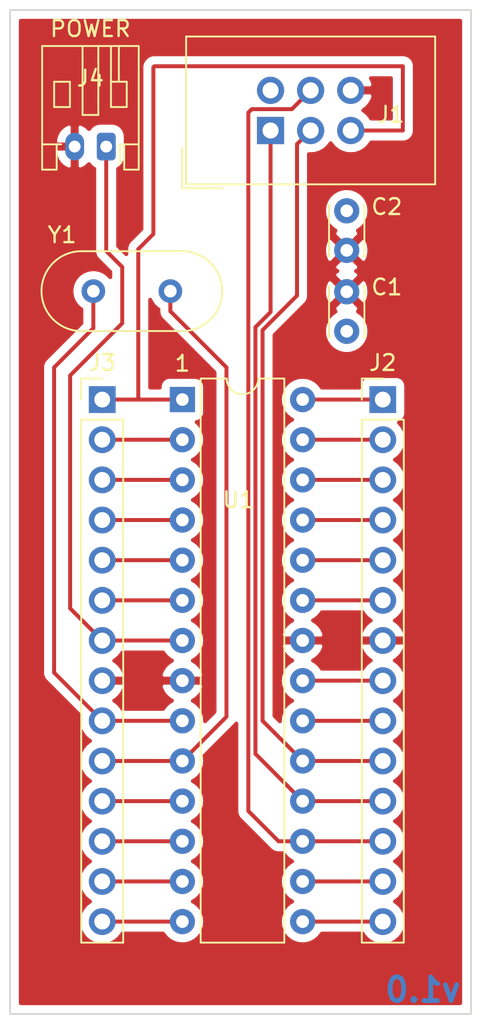
<source format=kicad_pcb>
(kicad_pcb (version 20171130) (host pcbnew "(5.1.0-0)")

  (general
    (thickness 1.6)
    (drawings 10)
    (tracks 66)
    (zones 0)
    (modules 8)
    (nets 29)
  )

  (page A4)
  (layers
    (0 F.Cu signal)
    (31 B.Cu signal)
    (32 B.Adhes user)
    (33 F.Adhes user)
    (34 B.Paste user)
    (35 F.Paste user)
    (36 B.SilkS user)
    (37 F.SilkS user)
    (38 B.Mask user)
    (39 F.Mask user)
    (40 Dwgs.User user)
    (41 Cmts.User user)
    (42 Eco1.User user)
    (43 Eco2.User user)
    (44 Edge.Cuts user)
    (45 Margin user)
    (46 B.CrtYd user)
    (47 F.CrtYd user)
    (48 B.Fab user)
    (49 F.Fab user)
  )

  (setup
    (last_trace_width 0.25)
    (trace_clearance 0.2)
    (zone_clearance 0.508)
    (zone_45_only no)
    (trace_min 0.2)
    (via_size 0.8)
    (via_drill 0.4)
    (via_min_size 0.4)
    (via_min_drill 0.3)
    (uvia_size 0.3)
    (uvia_drill 0.1)
    (uvias_allowed no)
    (uvia_min_size 0.2)
    (uvia_min_drill 0.1)
    (edge_width 0.1)
    (segment_width 0.2)
    (pcb_text_width 0.3)
    (pcb_text_size 1.5 1.5)
    (mod_edge_width 0.15)
    (mod_text_size 1 1)
    (mod_text_width 0.15)
    (pad_size 1.524 1.524)
    (pad_drill 0.762)
    (pad_to_mask_clearance 0)
    (aux_axis_origin 0 0)
    (visible_elements 7FFFFFFF)
    (pcbplotparams
      (layerselection 0x010fc_ffffffff)
      (usegerberextensions false)
      (usegerberattributes false)
      (usegerberadvancedattributes false)
      (creategerberjobfile false)
      (excludeedgelayer true)
      (linewidth 0.100000)
      (plotframeref false)
      (viasonmask false)
      (mode 1)
      (useauxorigin false)
      (hpglpennumber 1)
      (hpglpenspeed 20)
      (hpglpendiameter 15.000000)
      (psnegative false)
      (psa4output false)
      (plotreference true)
      (plotvalue true)
      (plotinvisibletext false)
      (padsonsilk false)
      (subtractmaskfromsilk false)
      (outputformat 1)
      (mirror false)
      (drillshape 1)
      (scaleselection 1)
      (outputdirectory ""))
  )

  (net 0 "")
  (net 1 GND)
  (net 2 /10)
  (net 3 /9)
  (net 4 /MISO)
  (net 5 +5V)
  (net 6 /SCK)
  (net 7 /MOSI)
  (net 8 /RST)
  (net 9 /15)
  (net 10 /16)
  (net 11 /20)
  (net 12 /21)
  (net 13 /23)
  (net 14 /24)
  (net 15 /25)
  (net 16 /26)
  (net 17 /27)
  (net 18 /28)
  (net 19 /2)
  (net 20 /3)
  (net 21 /4)
  (net 22 /5)
  (net 23 /6)
  (net 24 +3V3)
  (net 25 /11)
  (net 26 /12)
  (net 27 /13)
  (net 28 /14)

  (net_class Default "This is the default net class."
    (clearance 0.2)
    (trace_width 0.25)
    (via_dia 0.8)
    (via_drill 0.4)
    (uvia_dia 0.3)
    (uvia_drill 0.1)
    (add_net +3V3)
    (add_net +5V)
    (add_net /10)
    (add_net /11)
    (add_net /12)
    (add_net /13)
    (add_net /14)
    (add_net /15)
    (add_net /16)
    (add_net /2)
    (add_net /20)
    (add_net /21)
    (add_net /23)
    (add_net /24)
    (add_net /25)
    (add_net /26)
    (add_net /27)
    (add_net /28)
    (add_net /3)
    (add_net /4)
    (add_net /5)
    (add_net /6)
    (add_net /9)
    (add_net /MISO)
    (add_net /MOSI)
    (add_net /RST)
    (add_net /SCK)
    (add_net GND)
  )

  (module Package_DIP:DIP-28_W7.62mm (layer F.Cu) (tedit 5A02E8C5) (tstamp 5CC46DDB)
    (at 137.922 75.438)
    (descr "28-lead though-hole mounted DIP package, row spacing 7.62 mm (300 mils)")
    (tags "THT DIP DIL PDIP 2.54mm 7.62mm 300mil")
    (path /5CBEBF63)
    (fp_text reference U1 (at 3.556 6.35) (layer F.SilkS)
      (effects (font (size 1 1) (thickness 0.15)))
    )
    (fp_text value ATmega328-PU (at 3.81 35.35) (layer F.Fab)
      (effects (font (size 1 1) (thickness 0.15)))
    )
    (fp_arc (start 3.81 -1.33) (end 2.81 -1.33) (angle -180) (layer F.SilkS) (width 0.12))
    (fp_line (start 1.635 -1.27) (end 6.985 -1.27) (layer F.Fab) (width 0.1))
    (fp_line (start 6.985 -1.27) (end 6.985 34.29) (layer F.Fab) (width 0.1))
    (fp_line (start 6.985 34.29) (end 0.635 34.29) (layer F.Fab) (width 0.1))
    (fp_line (start 0.635 34.29) (end 0.635 -0.27) (layer F.Fab) (width 0.1))
    (fp_line (start 0.635 -0.27) (end 1.635 -1.27) (layer F.Fab) (width 0.1))
    (fp_line (start 2.81 -1.33) (end 1.16 -1.33) (layer F.SilkS) (width 0.12))
    (fp_line (start 1.16 -1.33) (end 1.16 34.35) (layer F.SilkS) (width 0.12))
    (fp_line (start 1.16 34.35) (end 6.46 34.35) (layer F.SilkS) (width 0.12))
    (fp_line (start 6.46 34.35) (end 6.46 -1.33) (layer F.SilkS) (width 0.12))
    (fp_line (start 6.46 -1.33) (end 4.81 -1.33) (layer F.SilkS) (width 0.12))
    (fp_line (start -1.1 -1.55) (end -1.1 34.55) (layer F.CrtYd) (width 0.05))
    (fp_line (start -1.1 34.55) (end 8.7 34.55) (layer F.CrtYd) (width 0.05))
    (fp_line (start 8.7 34.55) (end 8.7 -1.55) (layer F.CrtYd) (width 0.05))
    (fp_line (start 8.7 -1.55) (end -1.1 -1.55) (layer F.CrtYd) (width 0.05))
    (fp_text user %R (at 3.81 16.51) (layer F.Fab)
      (effects (font (size 1 1) (thickness 0.15)))
    )
    (pad 1 thru_hole rect (at 0 0) (size 1.6 1.6) (drill 0.8) (layers *.Cu *.Mask)
      (net 8 /RST))
    (pad 15 thru_hole oval (at 7.62 33.02) (size 1.6 1.6) (drill 0.8) (layers *.Cu *.Mask)
      (net 9 /15))
    (pad 2 thru_hole oval (at 0 2.54) (size 1.6 1.6) (drill 0.8) (layers *.Cu *.Mask)
      (net 19 /2))
    (pad 16 thru_hole oval (at 7.62 30.48) (size 1.6 1.6) (drill 0.8) (layers *.Cu *.Mask)
      (net 10 /16))
    (pad 3 thru_hole oval (at 0 5.08) (size 1.6 1.6) (drill 0.8) (layers *.Cu *.Mask)
      (net 20 /3))
    (pad 17 thru_hole oval (at 7.62 27.94) (size 1.6 1.6) (drill 0.8) (layers *.Cu *.Mask)
      (net 7 /MOSI))
    (pad 4 thru_hole oval (at 0 7.62) (size 1.6 1.6) (drill 0.8) (layers *.Cu *.Mask)
      (net 21 /4))
    (pad 18 thru_hole oval (at 7.62 25.4) (size 1.6 1.6) (drill 0.8) (layers *.Cu *.Mask)
      (net 4 /MISO))
    (pad 5 thru_hole oval (at 0 10.16) (size 1.6 1.6) (drill 0.8) (layers *.Cu *.Mask)
      (net 22 /5))
    (pad 19 thru_hole oval (at 7.62 22.86) (size 1.6 1.6) (drill 0.8) (layers *.Cu *.Mask)
      (net 6 /SCK))
    (pad 6 thru_hole oval (at 0 12.7) (size 1.6 1.6) (drill 0.8) (layers *.Cu *.Mask)
      (net 23 /6))
    (pad 20 thru_hole oval (at 7.62 20.32) (size 1.6 1.6) (drill 0.8) (layers *.Cu *.Mask)
      (net 11 /20))
    (pad 7 thru_hole oval (at 0 15.24) (size 1.6 1.6) (drill 0.8) (layers *.Cu *.Mask)
      (net 24 +3V3))
    (pad 21 thru_hole oval (at 7.62 17.78) (size 1.6 1.6) (drill 0.8) (layers *.Cu *.Mask)
      (net 12 /21))
    (pad 8 thru_hole oval (at 0 17.78) (size 1.6 1.6) (drill 0.8) (layers *.Cu *.Mask)
      (net 1 GND))
    (pad 22 thru_hole oval (at 7.62 15.24) (size 1.6 1.6) (drill 0.8) (layers *.Cu *.Mask)
      (net 1 GND))
    (pad 9 thru_hole oval (at 0 20.32) (size 1.6 1.6) (drill 0.8) (layers *.Cu *.Mask)
      (net 3 /9))
    (pad 23 thru_hole oval (at 7.62 12.7) (size 1.6 1.6) (drill 0.8) (layers *.Cu *.Mask)
      (net 13 /23))
    (pad 10 thru_hole oval (at 0 22.86) (size 1.6 1.6) (drill 0.8) (layers *.Cu *.Mask)
      (net 2 /10))
    (pad 24 thru_hole oval (at 7.62 10.16) (size 1.6 1.6) (drill 0.8) (layers *.Cu *.Mask)
      (net 14 /24))
    (pad 11 thru_hole oval (at 0 25.4) (size 1.6 1.6) (drill 0.8) (layers *.Cu *.Mask)
      (net 25 /11))
    (pad 25 thru_hole oval (at 7.62 7.62) (size 1.6 1.6) (drill 0.8) (layers *.Cu *.Mask)
      (net 15 /25))
    (pad 12 thru_hole oval (at 0 27.94) (size 1.6 1.6) (drill 0.8) (layers *.Cu *.Mask)
      (net 26 /12))
    (pad 26 thru_hole oval (at 7.62 5.08) (size 1.6 1.6) (drill 0.8) (layers *.Cu *.Mask)
      (net 16 /26))
    (pad 13 thru_hole oval (at 0 30.48) (size 1.6 1.6) (drill 0.8) (layers *.Cu *.Mask)
      (net 27 /13))
    (pad 27 thru_hole oval (at 7.62 2.54) (size 1.6 1.6) (drill 0.8) (layers *.Cu *.Mask)
      (net 17 /27))
    (pad 14 thru_hole oval (at 0 33.02) (size 1.6 1.6) (drill 0.8) (layers *.Cu *.Mask)
      (net 28 /14))
    (pad 28 thru_hole oval (at 7.62 0) (size 1.6 1.6) (drill 0.8) (layers *.Cu *.Mask)
      (net 18 /28))
    (model ${KISYS3DMOD}/Package_DIP.3dshapes/DIP-28_W7.62mm.wrl
      (at (xyz 0 0 0))
      (scale (xyz 1 1 1))
      (rotate (xyz 0 0 0))
    )
  )

  (module Capacitor_THT:C_Disc_D3.0mm_W2.0mm_P2.50mm (layer F.Cu) (tedit 5AE50EF0) (tstamp 5CC46CFF)
    (at 148.336 71.12 90)
    (descr "C, Disc series, Radial, pin pitch=2.50mm, , diameter*width=3*2mm^2, Capacitor")
    (tags "C Disc series Radial pin pitch 2.50mm  diameter 3mm width 2mm Capacitor")
    (path /5CBED876)
    (fp_text reference C1 (at 2.794 2.54 180) (layer F.SilkS)
      (effects (font (size 1 1) (thickness 0.15)))
    )
    (fp_text value "22 pF" (at 1.016 3.81 180) (layer F.Fab) hide
      (effects (font (size 1 1) (thickness 0.15)))
    )
    (fp_text user %R (at 1.25 0 180) (layer F.Fab)
      (effects (font (size 0.6 0.6) (thickness 0.09)))
    )
    (fp_line (start 3.55 -1.25) (end -1.05 -1.25) (layer F.CrtYd) (width 0.05))
    (fp_line (start 3.55 1.25) (end 3.55 -1.25) (layer F.CrtYd) (width 0.05))
    (fp_line (start -1.05 1.25) (end 3.55 1.25) (layer F.CrtYd) (width 0.05))
    (fp_line (start -1.05 -1.25) (end -1.05 1.25) (layer F.CrtYd) (width 0.05))
    (fp_line (start 2.87 1.055) (end 2.87 1.12) (layer F.SilkS) (width 0.12))
    (fp_line (start 2.87 -1.12) (end 2.87 -1.055) (layer F.SilkS) (width 0.12))
    (fp_line (start -0.37 1.055) (end -0.37 1.12) (layer F.SilkS) (width 0.12))
    (fp_line (start -0.37 -1.12) (end -0.37 -1.055) (layer F.SilkS) (width 0.12))
    (fp_line (start -0.37 1.12) (end 2.87 1.12) (layer F.SilkS) (width 0.12))
    (fp_line (start -0.37 -1.12) (end 2.87 -1.12) (layer F.SilkS) (width 0.12))
    (fp_line (start 2.75 -1) (end -0.25 -1) (layer F.Fab) (width 0.1))
    (fp_line (start 2.75 1) (end 2.75 -1) (layer F.Fab) (width 0.1))
    (fp_line (start -0.25 1) (end 2.75 1) (layer F.Fab) (width 0.1))
    (fp_line (start -0.25 -1) (end -0.25 1) (layer F.Fab) (width 0.1))
    (pad 2 thru_hole circle (at 2.5 0 90) (size 1.6 1.6) (drill 0.8) (layers *.Cu *.Mask)
      (net 1 GND))
    (pad 1 thru_hole circle (at 0 0 90) (size 1.6 1.6) (drill 0.8) (layers *.Cu *.Mask)
      (net 2 /10))
    (model ${KISYS3DMOD}/Capacitor_THT.3dshapes/C_Disc_D3.0mm_W2.0mm_P2.50mm.wrl
      (at (xyz 0 0 0))
      (scale (xyz 1 1 1))
      (rotate (xyz 0 0 0))
    )
  )

  (module Capacitor_THT:C_Disc_D3.0mm_W2.0mm_P2.50mm (layer F.Cu) (tedit 5AE50EF0) (tstamp 5CC6DB1E)
    (at 148.336 63.5 270)
    (descr "C, Disc series, Radial, pin pitch=2.50mm, , diameter*width=3*2mm^2, Capacitor")
    (tags "C Disc series Radial pin pitch 2.50mm  diameter 3mm width 2mm Capacitor")
    (path /5CBECD33)
    (fp_text reference C2 (at -0.254 -2.54) (layer F.SilkS)
      (effects (font (size 1 1) (thickness 0.15)))
    )
    (fp_text value "22 pF" (at 1.524 -3.81) (layer F.Fab) hide
      (effects (font (size 1 1) (thickness 0.15)))
    )
    (fp_line (start -0.25 -1) (end -0.25 1) (layer F.Fab) (width 0.1))
    (fp_line (start -0.25 1) (end 2.75 1) (layer F.Fab) (width 0.1))
    (fp_line (start 2.75 1) (end 2.75 -1) (layer F.Fab) (width 0.1))
    (fp_line (start 2.75 -1) (end -0.25 -1) (layer F.Fab) (width 0.1))
    (fp_line (start -0.37 -1.12) (end 2.87 -1.12) (layer F.SilkS) (width 0.12))
    (fp_line (start -0.37 1.12) (end 2.87 1.12) (layer F.SilkS) (width 0.12))
    (fp_line (start -0.37 -1.12) (end -0.37 -1.055) (layer F.SilkS) (width 0.12))
    (fp_line (start -0.37 1.055) (end -0.37 1.12) (layer F.SilkS) (width 0.12))
    (fp_line (start 2.87 -1.12) (end 2.87 -1.055) (layer F.SilkS) (width 0.12))
    (fp_line (start 2.87 1.055) (end 2.87 1.12) (layer F.SilkS) (width 0.12))
    (fp_line (start -1.05 -1.25) (end -1.05 1.25) (layer F.CrtYd) (width 0.05))
    (fp_line (start -1.05 1.25) (end 3.55 1.25) (layer F.CrtYd) (width 0.05))
    (fp_line (start 3.55 1.25) (end 3.55 -1.25) (layer F.CrtYd) (width 0.05))
    (fp_line (start 3.55 -1.25) (end -1.05 -1.25) (layer F.CrtYd) (width 0.05))
    (fp_text user %R (at 1.25 0) (layer F.Fab)
      (effects (font (size 0.6 0.6) (thickness 0.09)))
    )
    (pad 1 thru_hole circle (at 0 0 270) (size 1.6 1.6) (drill 0.8) (layers *.Cu *.Mask)
      (net 3 /9))
    (pad 2 thru_hole circle (at 2.5 0 270) (size 1.6 1.6) (drill 0.8) (layers *.Cu *.Mask)
      (net 1 GND))
    (model ${KISYS3DMOD}/Capacitor_THT.3dshapes/C_Disc_D3.0mm_W2.0mm_P2.50mm.wrl
      (at (xyz 0 0 0))
      (scale (xyz 1 1 1))
      (rotate (xyz 0 0 0))
    )
  )

  (module Connector_IDC:IDC-Header_2x03_P2.54mm_Vertical (layer F.Cu) (tedit 59DE0819) (tstamp 5CC6D8DF)
    (at 143.51 58.42 90)
    (descr "Through hole straight IDC box header, 2x03, 2.54mm pitch, double rows")
    (tags "Through hole IDC box header THT 2x03 2.54mm double row")
    (path /5CBE8516)
    (fp_text reference J1 (at 1.016 7.62 180) (layer F.SilkS)
      (effects (font (size 1 1) (thickness 0.15)))
    )
    (fp_text value AVR_SPI (at -2.032 5.334 180) (layer F.Fab)
      (effects (font (size 1 1) (thickness 0.15)))
    )
    (fp_text user %R (at 1.27 2.54 90) (layer F.Fab)
      (effects (font (size 1 1) (thickness 0.15)))
    )
    (fp_line (start 5.695 -5.1) (end 5.695 10.18) (layer F.Fab) (width 0.1))
    (fp_line (start 5.145 -4.56) (end 5.145 9.62) (layer F.Fab) (width 0.1))
    (fp_line (start -3.155 -5.1) (end -3.155 10.18) (layer F.Fab) (width 0.1))
    (fp_line (start -2.605 -4.56) (end -2.605 0.29) (layer F.Fab) (width 0.1))
    (fp_line (start -2.605 4.79) (end -2.605 9.62) (layer F.Fab) (width 0.1))
    (fp_line (start -2.605 0.29) (end -3.155 0.29) (layer F.Fab) (width 0.1))
    (fp_line (start -2.605 4.79) (end -3.155 4.79) (layer F.Fab) (width 0.1))
    (fp_line (start 5.695 -5.1) (end -3.155 -5.1) (layer F.Fab) (width 0.1))
    (fp_line (start 5.145 -4.56) (end -2.605 -4.56) (layer F.Fab) (width 0.1))
    (fp_line (start 5.695 10.18) (end -3.155 10.18) (layer F.Fab) (width 0.1))
    (fp_line (start 5.145 9.62) (end -2.605 9.62) (layer F.Fab) (width 0.1))
    (fp_line (start 5.695 -5.1) (end 5.145 -4.56) (layer F.Fab) (width 0.1))
    (fp_line (start 5.695 10.18) (end 5.145 9.62) (layer F.Fab) (width 0.1))
    (fp_line (start -3.155 -5.1) (end -2.605 -4.56) (layer F.Fab) (width 0.1))
    (fp_line (start -3.155 10.18) (end -2.605 9.62) (layer F.Fab) (width 0.1))
    (fp_line (start 5.95 -5.35) (end 5.95 10.43) (layer F.CrtYd) (width 0.05))
    (fp_line (start 5.95 10.43) (end -3.41 10.43) (layer F.CrtYd) (width 0.05))
    (fp_line (start -3.41 10.43) (end -3.41 -5.35) (layer F.CrtYd) (width 0.05))
    (fp_line (start -3.41 -5.35) (end 5.95 -5.35) (layer F.CrtYd) (width 0.05))
    (fp_line (start 5.945 -5.35) (end 5.945 10.43) (layer F.SilkS) (width 0.12))
    (fp_line (start 5.945 10.43) (end -3.405 10.43) (layer F.SilkS) (width 0.12))
    (fp_line (start -3.405 10.43) (end -3.405 -5.35) (layer F.SilkS) (width 0.12))
    (fp_line (start -3.405 -5.35) (end 5.945 -5.35) (layer F.SilkS) (width 0.12))
    (fp_line (start -3.655 -5.6) (end -3.655 -3.06) (layer F.SilkS) (width 0.12))
    (fp_line (start -3.655 -5.6) (end -1.115 -5.6) (layer F.SilkS) (width 0.12))
    (pad 1 thru_hole rect (at 0 0 90) (size 1.7272 1.7272) (drill 1.016) (layers *.Cu *.Mask)
      (net 4 /MISO))
    (pad 2 thru_hole oval (at 2.54 0 90) (size 1.7272 1.7272) (drill 1.016) (layers *.Cu *.Mask)
      (net 5 +5V))
    (pad 3 thru_hole oval (at 0 2.54 90) (size 1.7272 1.7272) (drill 1.016) (layers *.Cu *.Mask)
      (net 6 /SCK))
    (pad 4 thru_hole oval (at 2.54 2.54 90) (size 1.7272 1.7272) (drill 1.016) (layers *.Cu *.Mask)
      (net 7 /MOSI))
    (pad 5 thru_hole oval (at 0 5.08 90) (size 1.7272 1.7272) (drill 1.016) (layers *.Cu *.Mask)
      (net 8 /RST))
    (pad 6 thru_hole oval (at 2.54 5.08 90) (size 1.7272 1.7272) (drill 1.016) (layers *.Cu *.Mask)
      (net 1 GND))
    (model ${KISYS3DMOD}/Connector_IDC.3dshapes/IDC-Header_2x03_P2.54mm_Vertical.wrl
      (at (xyz 0 0 0))
      (scale (xyz 1 1 1))
      (rotate (xyz 0 0 0))
    )
  )

  (module Connector_PinHeader_2.54mm:PinHeader_1x14_P2.54mm_Vertical locked (layer F.Cu) (tedit 59FED5CC) (tstamp 5CC46D5A)
    (at 150.622 75.438)
    (descr "Through hole straight pin header, 1x14, 2.54mm pitch, single row")
    (tags "Through hole pin header THT 1x14 2.54mm single row")
    (path /5CC0C46F)
    (fp_text reference J2 (at 0 -2.33) (layer F.SilkS)
      (effects (font (size 1 1) (thickness 0.15)))
    )
    (fp_text value RIGHT_CONNECTOR (at 2.54 19.05 90) (layer F.Fab)
      (effects (font (size 1 1) (thickness 0.15)))
    )
    (fp_text user %R (at 0 16.51 90) (layer F.Fab)
      (effects (font (size 1 1) (thickness 0.15)))
    )
    (fp_line (start 1.8 -1.8) (end -1.8 -1.8) (layer F.CrtYd) (width 0.05))
    (fp_line (start 1.8 34.8) (end 1.8 -1.8) (layer F.CrtYd) (width 0.05))
    (fp_line (start -1.8 34.8) (end 1.8 34.8) (layer F.CrtYd) (width 0.05))
    (fp_line (start -1.8 -1.8) (end -1.8 34.8) (layer F.CrtYd) (width 0.05))
    (fp_line (start -1.33 -1.33) (end 0 -1.33) (layer F.SilkS) (width 0.12))
    (fp_line (start -1.33 0) (end -1.33 -1.33) (layer F.SilkS) (width 0.12))
    (fp_line (start -1.33 1.27) (end 1.33 1.27) (layer F.SilkS) (width 0.12))
    (fp_line (start 1.33 1.27) (end 1.33 34.35) (layer F.SilkS) (width 0.12))
    (fp_line (start -1.33 1.27) (end -1.33 34.35) (layer F.SilkS) (width 0.12))
    (fp_line (start -1.33 34.35) (end 1.33 34.35) (layer F.SilkS) (width 0.12))
    (fp_line (start -1.27 -0.635) (end -0.635 -1.27) (layer F.Fab) (width 0.1))
    (fp_line (start -1.27 34.29) (end -1.27 -0.635) (layer F.Fab) (width 0.1))
    (fp_line (start 1.27 34.29) (end -1.27 34.29) (layer F.Fab) (width 0.1))
    (fp_line (start 1.27 -1.27) (end 1.27 34.29) (layer F.Fab) (width 0.1))
    (fp_line (start -0.635 -1.27) (end 1.27 -1.27) (layer F.Fab) (width 0.1))
    (pad 14 thru_hole oval (at 0 33.02) (size 1.7 1.7) (drill 1) (layers *.Cu *.Mask)
      (net 9 /15))
    (pad 13 thru_hole oval (at 0 30.48) (size 1.7 1.7) (drill 1) (layers *.Cu *.Mask)
      (net 10 /16))
    (pad 12 thru_hole oval (at 0 27.94) (size 1.7 1.7) (drill 1) (layers *.Cu *.Mask)
      (net 7 /MOSI))
    (pad 11 thru_hole oval (at 0 25.4) (size 1.7 1.7) (drill 1) (layers *.Cu *.Mask)
      (net 4 /MISO))
    (pad 10 thru_hole oval (at 0 22.86) (size 1.7 1.7) (drill 1) (layers *.Cu *.Mask)
      (net 6 /SCK))
    (pad 9 thru_hole oval (at 0 20.32) (size 1.7 1.7) (drill 1) (layers *.Cu *.Mask)
      (net 11 /20))
    (pad 8 thru_hole oval (at 0 17.78) (size 1.7 1.7) (drill 1) (layers *.Cu *.Mask)
      (net 12 /21))
    (pad 7 thru_hole oval (at 0 15.24) (size 1.7 1.7) (drill 1) (layers *.Cu *.Mask)
      (net 1 GND))
    (pad 6 thru_hole oval (at 0 12.7) (size 1.7 1.7) (drill 1) (layers *.Cu *.Mask)
      (net 13 /23))
    (pad 5 thru_hole oval (at 0 10.16) (size 1.7 1.7) (drill 1) (layers *.Cu *.Mask)
      (net 14 /24))
    (pad 4 thru_hole oval (at 0 7.62) (size 1.7 1.7) (drill 1) (layers *.Cu *.Mask)
      (net 15 /25))
    (pad 3 thru_hole oval (at 0 5.08) (size 1.7 1.7) (drill 1) (layers *.Cu *.Mask)
      (net 16 /26))
    (pad 2 thru_hole oval (at 0 2.54) (size 1.7 1.7) (drill 1) (layers *.Cu *.Mask)
      (net 17 /27))
    (pad 1 thru_hole rect (at 0 0) (size 1.7 1.7) (drill 1) (layers *.Cu *.Mask)
      (net 18 /28))
    (model ${KISYS3DMOD}/Connector_PinHeader_2.54mm.3dshapes/PinHeader_1x14_P2.54mm_Vertical.wrl
      (at (xyz 0 0 0))
      (scale (xyz 1 1 1))
      (rotate (xyz 0 0 0))
    )
  )

  (module Connector_PinHeader_2.54mm:PinHeader_1x14_P2.54mm_Vertical locked (layer F.Cu) (tedit 59FED5CC) (tstamp 5CC46D7C)
    (at 132.842 75.438)
    (descr "Through hole straight pin header, 1x14, 2.54mm pitch, single row")
    (tags "Through hole pin header THT 1x14 2.54mm single row")
    (path /5CC092D8)
    (fp_text reference J3 (at 0 -2.33) (layer F.SilkS)
      (effects (font (size 1 1) (thickness 0.15)))
    )
    (fp_text value LEFT_CONNECTOR (at -2.54 21.59 90) (layer F.Fab)
      (effects (font (size 1 1) (thickness 0.15)))
    )
    (fp_line (start -0.635 -1.27) (end 1.27 -1.27) (layer F.Fab) (width 0.1))
    (fp_line (start 1.27 -1.27) (end 1.27 34.29) (layer F.Fab) (width 0.1))
    (fp_line (start 1.27 34.29) (end -1.27 34.29) (layer F.Fab) (width 0.1))
    (fp_line (start -1.27 34.29) (end -1.27 -0.635) (layer F.Fab) (width 0.1))
    (fp_line (start -1.27 -0.635) (end -0.635 -1.27) (layer F.Fab) (width 0.1))
    (fp_line (start -1.33 34.35) (end 1.33 34.35) (layer F.SilkS) (width 0.12))
    (fp_line (start -1.33 1.27) (end -1.33 34.35) (layer F.SilkS) (width 0.12))
    (fp_line (start 1.33 1.27) (end 1.33 34.35) (layer F.SilkS) (width 0.12))
    (fp_line (start -1.33 1.27) (end 1.33 1.27) (layer F.SilkS) (width 0.12))
    (fp_line (start -1.33 0) (end -1.33 -1.33) (layer F.SilkS) (width 0.12))
    (fp_line (start -1.33 -1.33) (end 0 -1.33) (layer F.SilkS) (width 0.12))
    (fp_line (start -1.8 -1.8) (end -1.8 34.8) (layer F.CrtYd) (width 0.05))
    (fp_line (start -1.8 34.8) (end 1.8 34.8) (layer F.CrtYd) (width 0.05))
    (fp_line (start 1.8 34.8) (end 1.8 -1.8) (layer F.CrtYd) (width 0.05))
    (fp_line (start 1.8 -1.8) (end -1.8 -1.8) (layer F.CrtYd) (width 0.05))
    (fp_text user %R (at 0 16.51 90) (layer F.Fab)
      (effects (font (size 1 1) (thickness 0.15)))
    )
    (pad 1 thru_hole rect (at 0 0) (size 1.7 1.7) (drill 1) (layers *.Cu *.Mask)
      (net 8 /RST))
    (pad 2 thru_hole oval (at 0 2.54) (size 1.7 1.7) (drill 1) (layers *.Cu *.Mask)
      (net 19 /2))
    (pad 3 thru_hole oval (at 0 5.08) (size 1.7 1.7) (drill 1) (layers *.Cu *.Mask)
      (net 20 /3))
    (pad 4 thru_hole oval (at 0 7.62) (size 1.7 1.7) (drill 1) (layers *.Cu *.Mask)
      (net 21 /4))
    (pad 5 thru_hole oval (at 0 10.16) (size 1.7 1.7) (drill 1) (layers *.Cu *.Mask)
      (net 22 /5))
    (pad 6 thru_hole oval (at 0 12.7) (size 1.7 1.7) (drill 1) (layers *.Cu *.Mask)
      (net 23 /6))
    (pad 7 thru_hole oval (at 0 15.24) (size 1.7 1.7) (drill 1) (layers *.Cu *.Mask)
      (net 24 +3V3))
    (pad 8 thru_hole oval (at 0 17.78) (size 1.7 1.7) (drill 1) (layers *.Cu *.Mask)
      (net 1 GND))
    (pad 9 thru_hole oval (at 0 20.32) (size 1.7 1.7) (drill 1) (layers *.Cu *.Mask)
      (net 3 /9))
    (pad 10 thru_hole oval (at 0 22.86) (size 1.7 1.7) (drill 1) (layers *.Cu *.Mask)
      (net 2 /10))
    (pad 11 thru_hole oval (at 0 25.4) (size 1.7 1.7) (drill 1) (layers *.Cu *.Mask)
      (net 25 /11))
    (pad 12 thru_hole oval (at 0 27.94) (size 1.7 1.7) (drill 1) (layers *.Cu *.Mask)
      (net 26 /12))
    (pad 13 thru_hole oval (at 0 30.48) (size 1.7 1.7) (drill 1) (layers *.Cu *.Mask)
      (net 27 /13))
    (pad 14 thru_hole oval (at 0 33.02) (size 1.7 1.7) (drill 1) (layers *.Cu *.Mask)
      (net 28 /14))
    (model ${KISYS3DMOD}/Connector_PinHeader_2.54mm.3dshapes/PinHeader_1x14_P2.54mm_Vertical.wrl
      (at (xyz 0 0 0))
      (scale (xyz 1 1 1))
      (rotate (xyz 0 0 0))
    )
  )

  (module Connector_JST:JST_PH_S2B-PH-K_1x02_P2.00mm_Horizontal (layer F.Cu) (tedit 5B7745C6) (tstamp 5CC46DAB)
    (at 133.096 59.436 180)
    (descr "JST PH series connector, S2B-PH-K (http://www.jst-mfg.com/product/pdf/eng/ePH.pdf), generated with kicad-footprint-generator")
    (tags "connector JST PH top entry")
    (path /5CBF987B)
    (fp_text reference J4 (at 1 4.318 180) (layer F.SilkS)
      (effects (font (size 1 1) (thickness 0.15)))
    )
    (fp_text value POWER (at 1 7.45 180) (layer F.SilkS)
      (effects (font (size 1 1) (thickness 0.15)))
    )
    (fp_line (start -0.86 0.14) (end -1.14 0.14) (layer F.SilkS) (width 0.12))
    (fp_line (start -1.14 0.14) (end -1.14 -1.46) (layer F.SilkS) (width 0.12))
    (fp_line (start -1.14 -1.46) (end -2.06 -1.46) (layer F.SilkS) (width 0.12))
    (fp_line (start -2.06 -1.46) (end -2.06 6.36) (layer F.SilkS) (width 0.12))
    (fp_line (start -2.06 6.36) (end 4.06 6.36) (layer F.SilkS) (width 0.12))
    (fp_line (start 4.06 6.36) (end 4.06 -1.46) (layer F.SilkS) (width 0.12))
    (fp_line (start 4.06 -1.46) (end 3.14 -1.46) (layer F.SilkS) (width 0.12))
    (fp_line (start 3.14 -1.46) (end 3.14 0.14) (layer F.SilkS) (width 0.12))
    (fp_line (start 3.14 0.14) (end 2.86 0.14) (layer F.SilkS) (width 0.12))
    (fp_line (start 0.5 6.36) (end 0.5 2) (layer F.SilkS) (width 0.12))
    (fp_line (start 0.5 2) (end 1.5 2) (layer F.SilkS) (width 0.12))
    (fp_line (start 1.5 2) (end 1.5 6.36) (layer F.SilkS) (width 0.12))
    (fp_line (start -2.06 0.14) (end -1.14 0.14) (layer F.SilkS) (width 0.12))
    (fp_line (start 4.06 0.14) (end 3.14 0.14) (layer F.SilkS) (width 0.12))
    (fp_line (start -1.3 2.5) (end -1.3 4.1) (layer F.SilkS) (width 0.12))
    (fp_line (start -1.3 4.1) (end -0.3 4.1) (layer F.SilkS) (width 0.12))
    (fp_line (start -0.3 4.1) (end -0.3 2.5) (layer F.SilkS) (width 0.12))
    (fp_line (start -0.3 2.5) (end -1.3 2.5) (layer F.SilkS) (width 0.12))
    (fp_line (start 3.3 2.5) (end 3.3 4.1) (layer F.SilkS) (width 0.12))
    (fp_line (start 3.3 4.1) (end 2.3 4.1) (layer F.SilkS) (width 0.12))
    (fp_line (start 2.3 4.1) (end 2.3 2.5) (layer F.SilkS) (width 0.12))
    (fp_line (start 2.3 2.5) (end 3.3 2.5) (layer F.SilkS) (width 0.12))
    (fp_line (start -0.3 4.1) (end -0.3 6.36) (layer F.SilkS) (width 0.12))
    (fp_line (start -0.8 4.1) (end -0.8 6.36) (layer F.SilkS) (width 0.12))
    (fp_line (start -2.45 -1.85) (end -2.45 6.75) (layer F.CrtYd) (width 0.05))
    (fp_line (start -2.45 6.75) (end 4.45 6.75) (layer F.CrtYd) (width 0.05))
    (fp_line (start 4.45 6.75) (end 4.45 -1.85) (layer F.CrtYd) (width 0.05))
    (fp_line (start 4.45 -1.85) (end -2.45 -1.85) (layer F.CrtYd) (width 0.05))
    (fp_line (start -1.25 0.25) (end -1.25 -1.35) (layer F.Fab) (width 0.1))
    (fp_line (start -1.25 -1.35) (end -1.95 -1.35) (layer F.Fab) (width 0.1))
    (fp_line (start -1.95 -1.35) (end -1.95 6.25) (layer F.Fab) (width 0.1))
    (fp_line (start -1.95 6.25) (end 3.95 6.25) (layer F.Fab) (width 0.1))
    (fp_line (start 3.95 6.25) (end 3.95 -1.35) (layer F.Fab) (width 0.1))
    (fp_line (start 3.95 -1.35) (end 3.25 -1.35) (layer F.Fab) (width 0.1))
    (fp_line (start 3.25 -1.35) (end 3.25 0.25) (layer F.Fab) (width 0.1))
    (fp_line (start 3.25 0.25) (end -1.25 0.25) (layer F.Fab) (width 0.1))
    (fp_line (start -0.86 0.14) (end -0.86 -1.075) (layer F.SilkS) (width 0.12))
    (fp_line (start 0 0.875) (end -0.5 1.375) (layer F.Fab) (width 0.1))
    (fp_line (start -0.5 1.375) (end 0.5 1.375) (layer F.Fab) (width 0.1))
    (fp_line (start 0.5 1.375) (end 0 0.875) (layer F.Fab) (width 0.1))
    (fp_text user %R (at 1 2.5 180) (layer F.Fab)
      (effects (font (size 1 1) (thickness 0.15)))
    )
    (pad 1 thru_hole roundrect (at 0 0 180) (size 1.2 1.75) (drill 0.75) (layers *.Cu *.Mask) (roundrect_rratio 0.208333)
      (net 24 +3V3))
    (pad 2 thru_hole oval (at 2 0 180) (size 1.2 1.75) (drill 0.75) (layers *.Cu *.Mask)
      (net 1 GND))
    (model ${KISYS3DMOD}/Connector_JST.3dshapes/JST_PH_S2B-PH-K_1x02_P2.00mm_Horizontal.wrl
      (at (xyz 0 0 0))
      (scale (xyz 1 1 1))
      (rotate (xyz 0 0 0))
    )
  )

  (module Crystal:Crystal_HC49-4H_Vertical (layer F.Cu) (tedit 5A1AD3B7) (tstamp 5CC46DF2)
    (at 137.16 68.58 180)
    (descr "Crystal THT HC-49-4H http://5hertz.com/pdfs/04404_D.pdf")
    (tags "THT crystalHC-49-4H")
    (path /5CBE8732)
    (fp_text reference Y1 (at 6.858 3.556 180) (layer F.SilkS)
      (effects (font (size 1 1) (thickness 0.15)))
    )
    (fp_text value "8 MHz" (at 2.44 3.525 180) (layer F.Fab)
      (effects (font (size 1 1) (thickness 0.15)))
    )
    (fp_text user %R (at 2.44 0 180) (layer F.Fab)
      (effects (font (size 1 1) (thickness 0.15)))
    )
    (fp_line (start -0.76 -2.325) (end 5.64 -2.325) (layer F.Fab) (width 0.1))
    (fp_line (start -0.76 2.325) (end 5.64 2.325) (layer F.Fab) (width 0.1))
    (fp_line (start -0.56 -2) (end 5.44 -2) (layer F.Fab) (width 0.1))
    (fp_line (start -0.56 2) (end 5.44 2) (layer F.Fab) (width 0.1))
    (fp_line (start -0.76 -2.525) (end 5.64 -2.525) (layer F.SilkS) (width 0.12))
    (fp_line (start -0.76 2.525) (end 5.64 2.525) (layer F.SilkS) (width 0.12))
    (fp_line (start -3.6 -2.8) (end -3.6 2.8) (layer F.CrtYd) (width 0.05))
    (fp_line (start -3.6 2.8) (end 8.5 2.8) (layer F.CrtYd) (width 0.05))
    (fp_line (start 8.5 2.8) (end 8.5 -2.8) (layer F.CrtYd) (width 0.05))
    (fp_line (start 8.5 -2.8) (end -3.6 -2.8) (layer F.CrtYd) (width 0.05))
    (fp_arc (start -0.76 0) (end -0.76 -2.325) (angle -180) (layer F.Fab) (width 0.1))
    (fp_arc (start 5.64 0) (end 5.64 -2.325) (angle 180) (layer F.Fab) (width 0.1))
    (fp_arc (start -0.56 0) (end -0.56 -2) (angle -180) (layer F.Fab) (width 0.1))
    (fp_arc (start 5.44 0) (end 5.44 -2) (angle 180) (layer F.Fab) (width 0.1))
    (fp_arc (start -0.76 0) (end -0.76 -2.525) (angle -180) (layer F.SilkS) (width 0.12))
    (fp_arc (start 5.64 0) (end 5.64 -2.525) (angle 180) (layer F.SilkS) (width 0.12))
    (pad 1 thru_hole circle (at 0 0 180) (size 1.5 1.5) (drill 0.8) (layers *.Cu *.Mask)
      (net 2 /10))
    (pad 2 thru_hole circle (at 4.88 0 180) (size 1.5 1.5) (drill 0.8) (layers *.Cu *.Mask)
      (net 3 /9))
    (model ${KISYS3DMOD}/Crystal.3dshapes/Crystal_HC49-4H_Vertical.wrl
      (at (xyz 0 0 0))
      (scale (xyz 1 1 1))
      (rotate (xyz 0 0 0))
    )
  )

  (gr_text v1.0 (at 153.162 112.776) (layer B.Cu)
    (effects (font (size 1.5 1.5) (thickness 0.3)) (justify mirror))
  )
  (gr_text 1 (at 137.922 73.152) (layer F.SilkS)
    (effects (font (size 1 1) (thickness 0.15)))
  )
  (gr_line (start 127 50.8) (end 127 63.5) (layer Edge.Cuts) (width 0.1) (tstamp 5CC6163B))
  (gr_line (start 156.21 50.8) (end 156.21 63.5) (layer Edge.Cuts) (width 0.1) (tstamp 5CC61638))
  (gr_line (start 156.21 114.3) (end 144.78 114.3) (layer Edge.Cuts) (width 0.1) (tstamp 5CC4B52D))
  (gr_line (start 156.21 63.5) (end 156.21 114.3) (layer Edge.Cuts) (width 0.1))
  (gr_line (start 144.78 50.8) (end 156.21 50.8) (layer Edge.Cuts) (width 0.1))
  (gr_line (start 144.78 114.3) (end 127 114.3) (layer Edge.Cuts) (width 0.1))
  (gr_line (start 127 50.8) (end 144.78 50.8) (layer Edge.Cuts) (width 0.1))
  (gr_line (start 127 114.3) (end 127 63.5) (layer Edge.Cuts) (width 0.1))

  (segment (start 137.16 68.58) (end 137.16 69.85) (width 0.25) (layer F.Cu) (net 2))
  (segment (start 137.16 69.85) (end 140.716 73.406) (width 0.25) (layer F.Cu) (net 2))
  (segment (start 140.716 95.504) (end 137.922 98.298) (width 0.25) (layer F.Cu) (net 2))
  (segment (start 140.716 73.406) (end 140.716 95.504) (width 0.25) (layer F.Cu) (net 2))
  (segment (start 137.922 98.298) (end 132.842 98.298) (width 0.25) (layer F.Cu) (net 2))
  (segment (start 132.28 68.58) (end 132.28 70.92) (width 0.25) (layer F.Cu) (net 3))
  (segment (start 132.28 70.92) (end 129.794 73.406) (width 0.25) (layer F.Cu) (net 3))
  (segment (start 129.794 92.71) (end 132.842 95.758) (width 0.25) (layer F.Cu) (net 3))
  (segment (start 129.794 73.406) (end 129.794 92.71) (width 0.25) (layer F.Cu) (net 3))
  (segment (start 132.842 95.758) (end 137.922 95.758) (width 0.25) (layer F.Cu) (net 3))
  (segment (start 145.542 100.838) (end 150.622 100.838) (width 0.25) (layer F.Cu) (net 4))
  (segment (start 142.551989 97.847989) (end 145.542 100.838) (width 0.25) (layer F.Cu) (net 4))
  (segment (start 142.551989 70.859404) (end 142.551989 97.847989) (width 0.25) (layer F.Cu) (net 4))
  (segment (start 143.51 58.42) (end 143.51 69.901393) (width 0.25) (layer F.Cu) (net 4))
  (segment (start 143.51 69.901393) (end 142.551989 70.859404) (width 0.25) (layer F.Cu) (net 4))
  (segment (start 145.186401 59.283599) (end 145.186401 68.861403) (width 0.25) (layer F.Cu) (net 6))
  (segment (start 146.05 58.42) (end 145.186401 59.283599) (width 0.25) (layer F.Cu) (net 6))
  (segment (start 145.186401 68.861403) (end 143.002 71.045804) (width 0.25) (layer F.Cu) (net 6))
  (segment (start 143.002 95.758) (end 145.542 98.298) (width 0.25) (layer F.Cu) (net 6))
  (segment (start 143.002 71.045804) (end 143.002 95.758) (width 0.25) (layer F.Cu) (net 6))
  (segment (start 146.67337 98.298) (end 150.622 98.298) (width 0.25) (layer F.Cu) (net 6))
  (segment (start 145.542 98.298) (end 146.67337 98.298) (width 0.25) (layer F.Cu) (net 6))
  (segment (start 145.542 103.378) (end 150.622 103.378) (width 0.25) (layer F.Cu) (net 7))
  (segment (start 142.101978 57.288022) (end 142.321399 57.068601) (width 0.25) (layer F.Cu) (net 7))
  (segment (start 142.101978 101.461978) (end 142.101978 57.288022) (width 0.25) (layer F.Cu) (net 7))
  (segment (start 144.018 103.378) (end 142.101978 101.461978) (width 0.25) (layer F.Cu) (net 7))
  (segment (start 142.321399 57.068601) (end 144.861399 57.068601) (width 0.25) (layer F.Cu) (net 7))
  (segment (start 144.861399 57.068601) (end 146.05 55.88) (width 0.25) (layer F.Cu) (net 7))
  (segment (start 145.542 103.378) (end 144.018 103.378) (width 0.25) (layer F.Cu) (net 7))
  (segment (start 148.59 58.42) (end 151.892 58.42) (width 0.25) (layer F.Cu) (net 8))
  (segment (start 151.892 58.42) (end 151.892 54.356) (width 0.25) (layer F.Cu) (net 8))
  (segment (start 151.892 54.356) (end 136.144 54.356) (width 0.25) (layer F.Cu) (net 8))
  (segment (start 136.084999 54.415001) (end 136.084999 64.964999) (width 0.25) (layer F.Cu) (net 8))
  (segment (start 136.144 54.356) (end 136.084999 54.415001) (width 0.25) (layer F.Cu) (net 8))
  (segment (start 136.084999 64.964999) (end 135.128 65.921998) (width 0.25) (layer F.Cu) (net 8))
  (segment (start 134.874 75.438) (end 132.842 75.438) (width 0.25) (layer F.Cu) (net 8))
  (segment (start 135.128 65.921998) (end 135.128 75.184) (width 0.25) (layer F.Cu) (net 8))
  (segment (start 135.128 75.184) (end 135.128 75.438) (width 0.25) (layer F.Cu) (net 8))
  (segment (start 135.128 75.438) (end 134.874 75.438) (width 0.25) (layer F.Cu) (net 8))
  (segment (start 137.922 75.438) (end 135.128 75.438) (width 0.25) (layer F.Cu) (net 8))
  (segment (start 145.542 108.458) (end 150.622 108.458) (width 0.25) (layer F.Cu) (net 9))
  (segment (start 145.542 105.918) (end 150.622 105.918) (width 0.25) (layer F.Cu) (net 10))
  (segment (start 145.542 95.758) (end 150.622 95.758) (width 0.25) (layer F.Cu) (net 11))
  (segment (start 145.542 93.218) (end 150.622 93.218) (width 0.25) (layer F.Cu) (net 12))
  (segment (start 145.542 88.138) (end 150.622 88.138) (width 0.25) (layer F.Cu) (net 13))
  (segment (start 145.542 85.598) (end 150.622 85.598) (width 0.25) (layer F.Cu) (net 14))
  (segment (start 145.542 83.058) (end 150.622 83.058) (width 0.25) (layer F.Cu) (net 15))
  (segment (start 145.542 80.518) (end 150.622 80.518) (width 0.25) (layer F.Cu) (net 16))
  (segment (start 145.542 77.978) (end 150.622 77.978) (width 0.25) (layer F.Cu) (net 17))
  (segment (start 145.542 75.438) (end 150.622 75.438) (width 0.25) (layer F.Cu) (net 18))
  (segment (start 137.922 77.978) (end 132.842 77.978) (width 0.25) (layer F.Cu) (net 19))
  (segment (start 137.922 80.518) (end 132.842 80.518) (width 0.25) (layer F.Cu) (net 20))
  (segment (start 137.922 83.058) (end 132.842 83.058) (width 0.25) (layer F.Cu) (net 21))
  (segment (start 137.922 85.598) (end 132.842 85.598) (width 0.25) (layer F.Cu) (net 22))
  (segment (start 137.922 88.138) (end 132.842 88.138) (width 0.25) (layer F.Cu) (net 23))
  (segment (start 132.842 90.678) (end 137.922 90.678) (width 0.25) (layer F.Cu) (net 24))
  (segment (start 133.096 59.436) (end 133.096 66.04) (width 0.25) (layer F.Cu) (net 24))
  (segment (start 133.096 66.04) (end 134.112 67.056) (width 0.25) (layer F.Cu) (net 24))
  (segment (start 134.112 67.056) (end 134.112 70.612) (width 0.25) (layer F.Cu) (net 24))
  (segment (start 134.112 70.612) (end 130.81 73.914) (width 0.25) (layer F.Cu) (net 24))
  (segment (start 130.81 88.646) (end 132.842 90.678) (width 0.25) (layer F.Cu) (net 24))
  (segment (start 130.81 73.914) (end 130.81 88.646) (width 0.25) (layer F.Cu) (net 24))
  (segment (start 137.922 100.838) (end 132.842 100.838) (width 0.25) (layer F.Cu) (net 25))
  (segment (start 137.922 103.378) (end 132.842 103.378) (width 0.25) (layer F.Cu) (net 26))
  (segment (start 137.922 105.918) (end 132.842 105.918) (width 0.25) (layer F.Cu) (net 27))
  (segment (start 137.922 108.458) (end 132.842 108.458) (width 0.25) (layer F.Cu) (net 28))

  (zone (net 1) (net_name GND) (layer F.Cu) (tstamp 0) (hatch edge 0.508)
    (connect_pads (clearance 0.508))
    (min_thickness 0.254)
    (fill yes (arc_segments 32) (thermal_gap 0.508) (thermal_bridge_width 0.508))
    (polygon
      (pts
        (xy 126.365 50.165) (xy 156.845 50.165) (xy 156.845 114.935) (xy 126.365 114.935)
      )
    )
    (filled_polygon
      (pts
        (xy 155.525001 63.466344) (xy 155.525 63.466354) (xy 155.525001 113.615) (xy 127.685 113.615) (xy 127.685 73.406)
        (xy 129.030324 73.406) (xy 129.034 73.443322) (xy 129.034001 92.672667) (xy 129.030324 92.71) (xy 129.034001 92.747333)
        (xy 129.044998 92.858986) (xy 129.048024 92.868961) (xy 129.088454 93.002246) (xy 129.159026 93.134276) (xy 129.227737 93.218)
        (xy 129.254 93.250001) (xy 129.282998 93.273799) (xy 131.401203 95.392005) (xy 131.378487 95.466889) (xy 131.349815 95.758)
        (xy 131.378487 96.049111) (xy 131.463401 96.329034) (xy 131.601294 96.587014) (xy 131.786866 96.813134) (xy 132.012986 96.998706)
        (xy 132.067791 97.028) (xy 132.012986 97.057294) (xy 131.786866 97.242866) (xy 131.601294 97.468986) (xy 131.463401 97.726966)
        (xy 131.378487 98.006889) (xy 131.349815 98.298) (xy 131.378487 98.589111) (xy 131.463401 98.869034) (xy 131.601294 99.127014)
        (xy 131.786866 99.353134) (xy 132.012986 99.538706) (xy 132.067791 99.568) (xy 132.012986 99.597294) (xy 131.786866 99.782866)
        (xy 131.601294 100.008986) (xy 131.463401 100.266966) (xy 131.378487 100.546889) (xy 131.349815 100.838) (xy 131.378487 101.129111)
        (xy 131.463401 101.409034) (xy 131.601294 101.667014) (xy 131.786866 101.893134) (xy 132.012986 102.078706) (xy 132.067791 102.108)
        (xy 132.012986 102.137294) (xy 131.786866 102.322866) (xy 131.601294 102.548986) (xy 131.463401 102.806966) (xy 131.378487 103.086889)
        (xy 131.349815 103.378) (xy 131.378487 103.669111) (xy 131.463401 103.949034) (xy 131.601294 104.207014) (xy 131.786866 104.433134)
        (xy 132.012986 104.618706) (xy 132.067791 104.648) (xy 132.012986 104.677294) (xy 131.786866 104.862866) (xy 131.601294 105.088986)
        (xy 131.463401 105.346966) (xy 131.378487 105.626889) (xy 131.349815 105.918) (xy 131.378487 106.209111) (xy 131.463401 106.489034)
        (xy 131.601294 106.747014) (xy 131.786866 106.973134) (xy 132.012986 107.158706) (xy 132.067791 107.188) (xy 132.012986 107.217294)
        (xy 131.786866 107.402866) (xy 131.601294 107.628986) (xy 131.463401 107.886966) (xy 131.378487 108.166889) (xy 131.349815 108.458)
        (xy 131.378487 108.749111) (xy 131.463401 109.029034) (xy 131.601294 109.287014) (xy 131.786866 109.513134) (xy 132.012986 109.698706)
        (xy 132.270966 109.836599) (xy 132.550889 109.921513) (xy 132.76905 109.943) (xy 132.91495 109.943) (xy 133.133111 109.921513)
        (xy 133.413034 109.836599) (xy 133.671014 109.698706) (xy 133.897134 109.513134) (xy 134.082706 109.287014) (xy 134.119595 109.218)
        (xy 136.701099 109.218) (xy 136.723068 109.259101) (xy 136.902392 109.477608) (xy 137.120899 109.656932) (xy 137.370192 109.790182)
        (xy 137.640691 109.872236) (xy 137.851508 109.893) (xy 137.992492 109.893) (xy 138.203309 109.872236) (xy 138.473808 109.790182)
        (xy 138.723101 109.656932) (xy 138.941608 109.477608) (xy 139.120932 109.259101) (xy 139.254182 109.009808) (xy 139.336236 108.739309)
        (xy 139.363943 108.458) (xy 139.336236 108.176691) (xy 139.254182 107.906192) (xy 139.120932 107.656899) (xy 138.941608 107.438392)
        (xy 138.723101 107.259068) (xy 138.590142 107.188) (xy 138.723101 107.116932) (xy 138.941608 106.937608) (xy 139.120932 106.719101)
        (xy 139.254182 106.469808) (xy 139.336236 106.199309) (xy 139.363943 105.918) (xy 139.336236 105.636691) (xy 139.254182 105.366192)
        (xy 139.120932 105.116899) (xy 138.941608 104.898392) (xy 138.723101 104.719068) (xy 138.590142 104.648) (xy 138.723101 104.576932)
        (xy 138.941608 104.397608) (xy 139.120932 104.179101) (xy 139.254182 103.929808) (xy 139.336236 103.659309) (xy 139.363943 103.378)
        (xy 139.336236 103.096691) (xy 139.254182 102.826192) (xy 139.120932 102.576899) (xy 138.941608 102.358392) (xy 138.723101 102.179068)
        (xy 138.590142 102.108) (xy 138.723101 102.036932) (xy 138.941608 101.857608) (xy 139.120932 101.639101) (xy 139.254182 101.389808)
        (xy 139.336236 101.119309) (xy 139.363943 100.838) (xy 139.336236 100.556691) (xy 139.254182 100.286192) (xy 139.120932 100.036899)
        (xy 138.941608 99.818392) (xy 138.723101 99.639068) (xy 138.590142 99.568) (xy 138.723101 99.496932) (xy 138.941608 99.317608)
        (xy 139.120932 99.099101) (xy 139.254182 98.849808) (xy 139.336236 98.579309) (xy 139.363943 98.298) (xy 139.336236 98.016691)
        (xy 139.322708 97.972094) (xy 141.227003 96.067799) (xy 141.256001 96.044001) (xy 141.341979 95.939237) (xy 141.341979 101.424645)
        (xy 141.338302 101.461978) (xy 141.352976 101.610963) (xy 141.396432 101.754224) (xy 141.467004 101.886254) (xy 141.513575 101.943)
        (xy 141.561978 102.001979) (xy 141.590976 102.025777) (xy 143.454201 103.889003) (xy 143.477999 103.918001) (xy 143.593724 104.012974)
        (xy 143.725753 104.083546) (xy 143.869014 104.127003) (xy 143.980667 104.138) (xy 143.980676 104.138) (xy 144.017999 104.141676)
        (xy 144.055322 104.138) (xy 144.321099 104.138) (xy 144.343068 104.179101) (xy 144.522392 104.397608) (xy 144.740899 104.576932)
        (xy 144.873858 104.648) (xy 144.740899 104.719068) (xy 144.522392 104.898392) (xy 144.343068 105.116899) (xy 144.209818 105.366192)
        (xy 144.127764 105.636691) (xy 144.100057 105.918) (xy 144.127764 106.199309) (xy 144.209818 106.469808) (xy 144.343068 106.719101)
        (xy 144.522392 106.937608) (xy 144.740899 107.116932) (xy 144.873858 107.188) (xy 144.740899 107.259068) (xy 144.522392 107.438392)
        (xy 144.343068 107.656899) (xy 144.209818 107.906192) (xy 144.127764 108.176691) (xy 144.100057 108.458) (xy 144.127764 108.739309)
        (xy 144.209818 109.009808) (xy 144.343068 109.259101) (xy 144.522392 109.477608) (xy 144.740899 109.656932) (xy 144.990192 109.790182)
        (xy 145.260691 109.872236) (xy 145.471508 109.893) (xy 145.612492 109.893) (xy 145.823309 109.872236) (xy 146.093808 109.790182)
        (xy 146.343101 109.656932) (xy 146.561608 109.477608) (xy 146.740932 109.259101) (xy 146.762901 109.218) (xy 149.344405 109.218)
        (xy 149.381294 109.287014) (xy 149.566866 109.513134) (xy 149.792986 109.698706) (xy 150.050966 109.836599) (xy 150.330889 109.921513)
        (xy 150.54905 109.943) (xy 150.69495 109.943) (xy 150.913111 109.921513) (xy 151.193034 109.836599) (xy 151.451014 109.698706)
        (xy 151.677134 109.513134) (xy 151.862706 109.287014) (xy 152.000599 109.029034) (xy 152.085513 108.749111) (xy 152.114185 108.458)
        (xy 152.085513 108.166889) (xy 152.000599 107.886966) (xy 151.862706 107.628986) (xy 151.677134 107.402866) (xy 151.451014 107.217294)
        (xy 151.396209 107.188) (xy 151.451014 107.158706) (xy 151.677134 106.973134) (xy 151.862706 106.747014) (xy 152.000599 106.489034)
        (xy 152.085513 106.209111) (xy 152.114185 105.918) (xy 152.085513 105.626889) (xy 152.000599 105.346966) (xy 151.862706 105.088986)
        (xy 151.677134 104.862866) (xy 151.451014 104.677294) (xy 151.396209 104.648) (xy 151.451014 104.618706) (xy 151.677134 104.433134)
        (xy 151.862706 104.207014) (xy 152.000599 103.949034) (xy 152.085513 103.669111) (xy 152.114185 103.378) (xy 152.085513 103.086889)
        (xy 152.000599 102.806966) (xy 151.862706 102.548986) (xy 151.677134 102.322866) (xy 151.451014 102.137294) (xy 151.396209 102.108)
        (xy 151.451014 102.078706) (xy 151.677134 101.893134) (xy 151.862706 101.667014) (xy 152.000599 101.409034) (xy 152.085513 101.129111)
        (xy 152.114185 100.838) (xy 152.085513 100.546889) (xy 152.000599 100.266966) (xy 151.862706 100.008986) (xy 151.677134 99.782866)
        (xy 151.451014 99.597294) (xy 151.396209 99.568) (xy 151.451014 99.538706) (xy 151.677134 99.353134) (xy 151.862706 99.127014)
        (xy 152.000599 98.869034) (xy 152.085513 98.589111) (xy 152.114185 98.298) (xy 152.085513 98.006889) (xy 152.000599 97.726966)
        (xy 151.862706 97.468986) (xy 151.677134 97.242866) (xy 151.451014 97.057294) (xy 151.396209 97.028) (xy 151.451014 96.998706)
        (xy 151.677134 96.813134) (xy 151.862706 96.587014) (xy 152.000599 96.329034) (xy 152.085513 96.049111) (xy 152.114185 95.758)
        (xy 152.085513 95.466889) (xy 152.000599 95.186966) (xy 151.862706 94.928986) (xy 151.677134 94.702866) (xy 151.451014 94.517294)
        (xy 151.396209 94.488) (xy 151.451014 94.458706) (xy 151.677134 94.273134) (xy 151.862706 94.047014) (xy 152.000599 93.789034)
        (xy 152.085513 93.509111) (xy 152.114185 93.218) (xy 152.085513 92.926889) (xy 152.000599 92.646966) (xy 151.862706 92.388986)
        (xy 151.677134 92.162866) (xy 151.451014 91.977294) (xy 151.386477 91.942799) (xy 151.503355 91.873178) (xy 151.719588 91.678269)
        (xy 151.893641 91.44492) (xy 152.018825 91.182099) (xy 152.063476 91.03489) (xy 151.942155 90.805) (xy 150.749 90.805)
        (xy 150.749 90.825) (xy 150.495 90.825) (xy 150.495 90.805) (xy 149.301845 90.805) (xy 149.180524 91.03489)
        (xy 149.225175 91.182099) (xy 149.350359 91.44492) (xy 149.524412 91.678269) (xy 149.740645 91.873178) (xy 149.857523 91.942799)
        (xy 149.792986 91.977294) (xy 149.566866 92.162866) (xy 149.381294 92.388986) (xy 149.344405 92.458) (xy 146.762901 92.458)
        (xy 146.740932 92.416899) (xy 146.561608 92.198392) (xy 146.343101 92.019068) (xy 146.205318 91.945421) (xy 146.397131 91.830385)
        (xy 146.605519 91.641414) (xy 146.773037 91.41542) (xy 146.893246 91.161087) (xy 146.933904 91.027039) (xy 146.811915 90.805)
        (xy 145.669 90.805) (xy 145.669 90.825) (xy 145.415 90.825) (xy 145.415 90.805) (xy 144.272085 90.805)
        (xy 144.150096 91.027039) (xy 144.190754 91.161087) (xy 144.310963 91.41542) (xy 144.478481 91.641414) (xy 144.686869 91.830385)
        (xy 144.878682 91.945421) (xy 144.740899 92.019068) (xy 144.522392 92.198392) (xy 144.343068 92.416899) (xy 144.209818 92.666192)
        (xy 144.127764 92.936691) (xy 144.100057 93.218) (xy 144.127764 93.499309) (xy 144.209818 93.769808) (xy 144.343068 94.019101)
        (xy 144.522392 94.237608) (xy 144.740899 94.416932) (xy 144.873858 94.488) (xy 144.740899 94.559068) (xy 144.522392 94.738392)
        (xy 144.343068 94.956899) (xy 144.209818 95.206192) (xy 144.127764 95.476691) (xy 144.100057 95.758) (xy 144.102598 95.783796)
        (xy 143.762 95.443199) (xy 143.762 75.438) (xy 144.100057 75.438) (xy 144.127764 75.719309) (xy 144.209818 75.989808)
        (xy 144.343068 76.239101) (xy 144.522392 76.457608) (xy 144.740899 76.636932) (xy 144.873858 76.708) (xy 144.740899 76.779068)
        (xy 144.522392 76.958392) (xy 144.343068 77.176899) (xy 144.209818 77.426192) (xy 144.127764 77.696691) (xy 144.100057 77.978)
        (xy 144.127764 78.259309) (xy 144.209818 78.529808) (xy 144.343068 78.779101) (xy 144.522392 78.997608) (xy 144.740899 79.176932)
        (xy 144.873858 79.248) (xy 144.740899 79.319068) (xy 144.522392 79.498392) (xy 144.343068 79.716899) (xy 144.209818 79.966192)
        (xy 144.127764 80.236691) (xy 144.100057 80.518) (xy 144.127764 80.799309) (xy 144.209818 81.069808) (xy 144.343068 81.319101)
        (xy 144.522392 81.537608) (xy 144.740899 81.716932) (xy 144.873858 81.788) (xy 144.740899 81.859068) (xy 144.522392 82.038392)
        (xy 144.343068 82.256899) (xy 144.209818 82.506192) (xy 144.127764 82.776691) (xy 144.100057 83.058) (xy 144.127764 83.339309)
        (xy 144.209818 83.609808) (xy 144.343068 83.859101) (xy 144.522392 84.077608) (xy 144.740899 84.256932) (xy 144.873858 84.328)
        (xy 144.740899 84.399068) (xy 144.522392 84.578392) (xy 144.343068 84.796899) (xy 144.209818 85.046192) (xy 144.127764 85.316691)
        (xy 144.100057 85.598) (xy 144.127764 85.879309) (xy 144.209818 86.149808) (xy 144.343068 86.399101) (xy 144.522392 86.617608)
        (xy 144.740899 86.796932) (xy 144.873858 86.868) (xy 144.740899 86.939068) (xy 144.522392 87.118392) (xy 144.343068 87.336899)
        (xy 144.209818 87.586192) (xy 144.127764 87.856691) (xy 144.100057 88.138) (xy 144.127764 88.419309) (xy 144.209818 88.689808)
        (xy 144.343068 88.939101) (xy 144.522392 89.157608) (xy 144.740899 89.336932) (xy 144.878682 89.410579) (xy 144.686869 89.525615)
        (xy 144.478481 89.714586) (xy 144.310963 89.94058) (xy 144.190754 90.194913) (xy 144.150096 90.328961) (xy 144.272085 90.551)
        (xy 145.415 90.551) (xy 145.415 90.531) (xy 145.669 90.531) (xy 145.669 90.551) (xy 146.811915 90.551)
        (xy 146.933904 90.328961) (xy 146.893246 90.194913) (xy 146.773037 89.94058) (xy 146.605519 89.714586) (xy 146.397131 89.525615)
        (xy 146.205318 89.410579) (xy 146.343101 89.336932) (xy 146.561608 89.157608) (xy 146.740932 88.939101) (xy 146.762901 88.898)
        (xy 149.344405 88.898) (xy 149.381294 88.967014) (xy 149.566866 89.193134) (xy 149.792986 89.378706) (xy 149.857523 89.413201)
        (xy 149.740645 89.482822) (xy 149.524412 89.677731) (xy 149.350359 89.91108) (xy 149.225175 90.173901) (xy 149.180524 90.32111)
        (xy 149.301845 90.551) (xy 150.495 90.551) (xy 150.495 90.531) (xy 150.749 90.531) (xy 150.749 90.551)
        (xy 151.942155 90.551) (xy 152.063476 90.32111) (xy 152.018825 90.173901) (xy 151.893641 89.91108) (xy 151.719588 89.677731)
        (xy 151.503355 89.482822) (xy 151.386477 89.413201) (xy 151.451014 89.378706) (xy 151.677134 89.193134) (xy 151.862706 88.967014)
        (xy 152.000599 88.709034) (xy 152.085513 88.429111) (xy 152.114185 88.138) (xy 152.085513 87.846889) (xy 152.000599 87.566966)
        (xy 151.862706 87.308986) (xy 151.677134 87.082866) (xy 151.451014 86.897294) (xy 151.396209 86.868) (xy 151.451014 86.838706)
        (xy 151.677134 86.653134) (xy 151.862706 86.427014) (xy 152.000599 86.169034) (xy 152.085513 85.889111) (xy 152.114185 85.598)
        (xy 152.085513 85.306889) (xy 152.000599 85.026966) (xy 151.862706 84.768986) (xy 151.677134 84.542866) (xy 151.451014 84.357294)
        (xy 151.396209 84.328) (xy 151.451014 84.298706) (xy 151.677134 84.113134) (xy 151.862706 83.887014) (xy 152.000599 83.629034)
        (xy 152.085513 83.349111) (xy 152.114185 83.058) (xy 152.085513 82.766889) (xy 152.000599 82.486966) (xy 151.862706 82.228986)
        (xy 151.677134 82.002866) (xy 151.451014 81.817294) (xy 151.396209 81.788) (xy 151.451014 81.758706) (xy 151.677134 81.573134)
        (xy 151.862706 81.347014) (xy 152.000599 81.089034) (xy 152.085513 80.809111) (xy 152.114185 80.518) (xy 152.085513 80.226889)
        (xy 152.000599 79.946966) (xy 151.862706 79.688986) (xy 151.677134 79.462866) (xy 151.451014 79.277294) (xy 151.396209 79.248)
        (xy 151.451014 79.218706) (xy 151.677134 79.033134) (xy 151.862706 78.807014) (xy 152.000599 78.549034) (xy 152.085513 78.269111)
        (xy 152.114185 77.978) (xy 152.085513 77.686889) (xy 152.000599 77.406966) (xy 151.862706 77.148986) (xy 151.677134 76.922866)
        (xy 151.647313 76.898393) (xy 151.71618 76.877502) (xy 151.826494 76.818537) (xy 151.923185 76.739185) (xy 152.002537 76.642494)
        (xy 152.061502 76.53218) (xy 152.097812 76.412482) (xy 152.110072 76.288) (xy 152.110072 74.588) (xy 152.097812 74.463518)
        (xy 152.061502 74.34382) (xy 152.002537 74.233506) (xy 151.923185 74.136815) (xy 151.826494 74.057463) (xy 151.71618 73.998498)
        (xy 151.596482 73.962188) (xy 151.472 73.949928) (xy 149.772 73.949928) (xy 149.647518 73.962188) (xy 149.52782 73.998498)
        (xy 149.417506 74.057463) (xy 149.320815 74.136815) (xy 149.241463 74.233506) (xy 149.182498 74.34382) (xy 149.146188 74.463518)
        (xy 149.133928 74.588) (xy 149.133928 74.678) (xy 146.762901 74.678) (xy 146.740932 74.636899) (xy 146.561608 74.418392)
        (xy 146.343101 74.239068) (xy 146.093808 74.105818) (xy 145.823309 74.023764) (xy 145.612492 74.003) (xy 145.471508 74.003)
        (xy 145.260691 74.023764) (xy 144.990192 74.105818) (xy 144.740899 74.239068) (xy 144.522392 74.418392) (xy 144.343068 74.636899)
        (xy 144.209818 74.886192) (xy 144.127764 75.156691) (xy 144.100057 75.438) (xy 143.762 75.438) (xy 143.762 71.360605)
        (xy 144.14394 70.978665) (xy 146.901 70.978665) (xy 146.901 71.261335) (xy 146.956147 71.538574) (xy 147.06432 71.799727)
        (xy 147.221363 72.034759) (xy 147.421241 72.234637) (xy 147.656273 72.39168) (xy 147.917426 72.499853) (xy 148.194665 72.555)
        (xy 148.477335 72.555) (xy 148.754574 72.499853) (xy 149.015727 72.39168) (xy 149.250759 72.234637) (xy 149.450637 72.034759)
        (xy 149.60768 71.799727) (xy 149.715853 71.538574) (xy 149.771 71.261335) (xy 149.771 70.978665) (xy 149.715853 70.701426)
        (xy 149.60768 70.440273) (xy 149.450637 70.205241) (xy 149.250759 70.005363) (xy 149.050131 69.871308) (xy 149.077514 69.856671)
        (xy 149.149097 69.612702) (xy 148.336 68.799605) (xy 147.522903 69.612702) (xy 147.594486 69.856671) (xy 147.623341 69.870324)
        (xy 147.421241 70.005363) (xy 147.221363 70.205241) (xy 147.06432 70.440273) (xy 146.956147 70.701426) (xy 146.901 70.978665)
        (xy 144.14394 70.978665) (xy 145.697404 69.425202) (xy 145.726402 69.401404) (xy 145.821375 69.285679) (xy 145.891947 69.15365)
        (xy 145.935404 69.010389) (xy 145.946401 68.898736) (xy 145.950078 68.861403) (xy 145.946401 68.82407) (xy 145.946401 68.690512)
        (xy 146.895783 68.690512) (xy 146.937213 68.97013) (xy 147.032397 69.236292) (xy 147.099329 69.361514) (xy 147.343298 69.433097)
        (xy 148.156395 68.62) (xy 148.515605 68.62) (xy 149.328702 69.433097) (xy 149.572671 69.361514) (xy 149.693571 69.106004)
        (xy 149.7623 68.831816) (xy 149.776217 68.549488) (xy 149.734787 68.26987) (xy 149.639603 68.003708) (xy 149.572671 67.878486)
        (xy 149.328702 67.806903) (xy 148.515605 68.62) (xy 148.156395 68.62) (xy 147.343298 67.806903) (xy 147.099329 67.878486)
        (xy 146.978429 68.133996) (xy 146.9097 68.408184) (xy 146.895783 68.690512) (xy 145.946401 68.690512) (xy 145.946401 66.992702)
        (xy 147.522903 66.992702) (xy 147.594486 67.236671) (xy 147.744353 67.307584) (xy 147.719708 67.316397) (xy 147.594486 67.383329)
        (xy 147.522903 67.627298) (xy 148.336 68.440395) (xy 149.149097 67.627298) (xy 149.077514 67.383329) (xy 148.927647 67.312416)
        (xy 148.952292 67.303603) (xy 149.077514 67.236671) (xy 149.149097 66.992702) (xy 148.336 66.179605) (xy 147.522903 66.992702)
        (xy 145.946401 66.992702) (xy 145.946401 66.070512) (xy 146.895783 66.070512) (xy 146.937213 66.35013) (xy 147.032397 66.616292)
        (xy 147.099329 66.741514) (xy 147.343298 66.813097) (xy 148.156395 66) (xy 148.515605 66) (xy 149.328702 66.813097)
        (xy 149.572671 66.741514) (xy 149.693571 66.486004) (xy 149.7623 66.211816) (xy 149.776217 65.929488) (xy 149.734787 65.64987)
        (xy 149.639603 65.383708) (xy 149.572671 65.258486) (xy 149.328702 65.186903) (xy 148.515605 66) (xy 148.156395 66)
        (xy 147.343298 65.186903) (xy 147.099329 65.258486) (xy 146.978429 65.513996) (xy 146.9097 65.788184) (xy 146.895783 66.070512)
        (xy 145.946401 66.070512) (xy 145.946401 63.358665) (xy 146.901 63.358665) (xy 146.901 63.641335) (xy 146.956147 63.918574)
        (xy 147.06432 64.179727) (xy 147.221363 64.414759) (xy 147.421241 64.614637) (xy 147.621869 64.748692) (xy 147.594486 64.763329)
        (xy 147.522903 65.007298) (xy 148.336 65.820395) (xy 149.149097 65.007298) (xy 149.077514 64.763329) (xy 149.048659 64.749676)
        (xy 149.250759 64.614637) (xy 149.450637 64.414759) (xy 149.60768 64.179727) (xy 149.715853 63.918574) (xy 149.771 63.641335)
        (xy 149.771 63.358665) (xy 149.715853 63.081426) (xy 149.60768 62.820273) (xy 149.450637 62.585241) (xy 149.250759 62.385363)
        (xy 149.015727 62.22832) (xy 148.754574 62.120147) (xy 148.477335 62.065) (xy 148.194665 62.065) (xy 147.917426 62.120147)
        (xy 147.656273 62.22832) (xy 147.421241 62.385363) (xy 147.221363 62.585241) (xy 147.06432 62.820273) (xy 146.956147 63.081426)
        (xy 146.901 63.358665) (xy 145.946401 63.358665) (xy 145.946401 59.915647) (xy 145.976381 59.9186) (xy 146.123619 59.9186)
        (xy 146.343777 59.896916) (xy 146.626264 59.811225) (xy 146.886606 59.672069) (xy 147.114797 59.484797) (xy 147.302069 59.256606)
        (xy 147.32 59.22306) (xy 147.337931 59.256606) (xy 147.525203 59.484797) (xy 147.753394 59.672069) (xy 148.013736 59.811225)
        (xy 148.296223 59.896916) (xy 148.516381 59.9186) (xy 148.663619 59.9186) (xy 148.883777 59.896916) (xy 149.166264 59.811225)
        (xy 149.426606 59.672069) (xy 149.654797 59.484797) (xy 149.842069 59.256606) (xy 149.883016 59.18) (xy 151.854667 59.18)
        (xy 151.892 59.183677) (xy 151.929333 59.18) (xy 152.040986 59.169003) (xy 152.184247 59.125546) (xy 152.316276 59.054974)
        (xy 152.432001 58.960001) (xy 152.526974 58.844276) (xy 152.597546 58.712247) (xy 152.641003 58.568986) (xy 152.655677 58.42)
        (xy 152.652 58.382667) (xy 152.652 54.393333) (xy 152.655677 54.356) (xy 152.641003 54.207014) (xy 152.597546 54.063753)
        (xy 152.526974 53.931724) (xy 152.432001 53.815999) (xy 152.316276 53.721026) (xy 152.184247 53.650454) (xy 152.040986 53.606997)
        (xy 151.929333 53.596) (xy 151.892 53.592323) (xy 151.854667 53.596) (xy 136.181322 53.596) (xy 136.143999 53.592324)
        (xy 136.106677 53.596) (xy 136.106667 53.596) (xy 135.995014 53.606997) (xy 135.851753 53.650454) (xy 135.719724 53.721026)
        (xy 135.603999 53.815999) (xy 135.580196 53.845003) (xy 135.574002 53.851197) (xy 135.544998 53.875) (xy 135.498446 53.931724)
        (xy 135.450025 53.990725) (xy 135.41099 54.063754) (xy 135.379453 54.122755) (xy 135.335996 54.266016) (xy 135.324999 54.377669)
        (xy 135.324999 54.377679) (xy 135.321323 54.415001) (xy 135.324999 54.452323) (xy 135.325 64.650196) (xy 134.617002 65.358194)
        (xy 134.587999 65.381997) (xy 134.532871 65.449172) (xy 134.493026 65.497722) (xy 134.438371 65.599973) (xy 134.422454 65.629752)
        (xy 134.378997 65.773013) (xy 134.368 65.884666) (xy 134.368 65.884676) (xy 134.364324 65.921998) (xy 134.368 65.95932)
        (xy 134.368 66.237198) (xy 133.856 65.725199) (xy 133.856 60.843976) (xy 133.939387 60.799405) (xy 134.073962 60.688962)
        (xy 134.184405 60.554387) (xy 134.266472 60.400851) (xy 134.317008 60.234255) (xy 134.334072 60.061001) (xy 134.334072 58.810999)
        (xy 134.317008 58.637745) (xy 134.266472 58.471149) (xy 134.184405 58.317613) (xy 134.073962 58.183038) (xy 133.939387 58.072595)
        (xy 133.785851 57.990528) (xy 133.619255 57.939992) (xy 133.446001 57.922928) (xy 132.745999 57.922928) (xy 132.572745 57.939992)
        (xy 132.406149 57.990528) (xy 132.252613 58.072595) (xy 132.118038 58.183038) (xy 132.007595 58.317613) (xy 132.005033 58.322406)
        (xy 131.879474 58.197922) (xy 131.676533 58.063579) (xy 131.451282 57.971409) (xy 131.413609 57.967538) (xy 131.223 58.092269)
        (xy 131.223 59.309) (xy 131.243 59.309) (xy 131.243 59.563) (xy 131.223 59.563) (xy 131.223 60.779731)
        (xy 131.413609 60.904462) (xy 131.451282 60.900591) (xy 131.676533 60.808421) (xy 131.879474 60.674078) (xy 132.005033 60.549594)
        (xy 132.007595 60.554387) (xy 132.118038 60.688962) (xy 132.252613 60.799405) (xy 132.336 60.843977) (xy 132.336001 66.002668)
        (xy 132.332324 66.04) (xy 132.346998 66.188985) (xy 132.390454 66.332246) (xy 132.461026 66.464276) (xy 132.527273 66.544997)
        (xy 132.556 66.580001) (xy 132.584998 66.603799) (xy 133.352 67.370802) (xy 133.352 67.693315) (xy 133.162886 67.504201)
        (xy 132.936043 67.352629) (xy 132.683989 67.248225) (xy 132.416411 67.195) (xy 132.143589 67.195) (xy 131.876011 67.248225)
        (xy 131.623957 67.352629) (xy 131.397114 67.504201) (xy 131.204201 67.697114) (xy 131.052629 67.923957) (xy 130.948225 68.176011)
        (xy 130.895 68.443589) (xy 130.895 68.716411) (xy 130.948225 68.983989) (xy 131.052629 69.236043) (xy 131.204201 69.462886)
        (xy 131.397114 69.655799) (xy 131.52 69.737909) (xy 131.520001 70.605197) (xy 129.283003 72.842196) (xy 129.253999 72.865999)
        (xy 129.198871 72.933174) (xy 129.159026 72.981724) (xy 129.088455 73.113753) (xy 129.088454 73.113754) (xy 129.044997 73.257015)
        (xy 129.034 73.368668) (xy 129.034 73.368678) (xy 129.030324 73.406) (xy 127.685 73.406) (xy 127.685 59.563)
        (xy 129.861 59.563) (xy 129.861 59.838) (xy 129.909507 60.076496) (xy 130.00361 60.300946) (xy 130.139693 60.502725)
        (xy 130.312526 60.674078) (xy 130.515467 60.808421) (xy 130.740718 60.900591) (xy 130.778391 60.904462) (xy 130.969 60.779731)
        (xy 130.969 59.563) (xy 129.861 59.563) (xy 127.685 59.563) (xy 127.685 59.034) (xy 129.861 59.034)
        (xy 129.861 59.309) (xy 130.969 59.309) (xy 130.969 58.092269) (xy 130.778391 57.967538) (xy 130.740718 57.971409)
        (xy 130.515467 58.063579) (xy 130.312526 58.197922) (xy 130.139693 58.369275) (xy 130.00361 58.571054) (xy 129.909507 58.795504)
        (xy 129.861 59.034) (xy 127.685 59.034) (xy 127.685 51.485) (xy 155.525 51.485)
      )
    )
    (filled_polygon
      (pts
        (xy 135.932629 69.236043) (xy 136.084201 69.462886) (xy 136.277114 69.655799) (xy 136.400001 69.73791) (xy 136.400001 69.812668)
        (xy 136.396324 69.85) (xy 136.400001 69.887333) (xy 136.410998 69.998986) (xy 136.420196 70.029308) (xy 136.454454 70.142246)
        (xy 136.525026 70.274276) (xy 136.592261 70.356201) (xy 136.62 70.390001) (xy 136.648998 70.413799) (xy 139.956 73.720803)
        (xy 139.956001 95.189197) (xy 139.361402 95.783796) (xy 139.363943 95.758) (xy 139.336236 95.476691) (xy 139.254182 95.206192)
        (xy 139.120932 94.956899) (xy 138.941608 94.738392) (xy 138.723101 94.559068) (xy 138.585318 94.485421) (xy 138.777131 94.370385)
        (xy 138.985519 94.181414) (xy 139.153037 93.95542) (xy 139.273246 93.701087) (xy 139.313904 93.567039) (xy 139.191915 93.345)
        (xy 138.049 93.345) (xy 138.049 93.365) (xy 137.795 93.365) (xy 137.795 93.345) (xy 136.652085 93.345)
        (xy 136.530096 93.567039) (xy 136.570754 93.701087) (xy 136.690963 93.95542) (xy 136.858481 94.181414) (xy 137.066869 94.370385)
        (xy 137.258682 94.485421) (xy 137.120899 94.559068) (xy 136.902392 94.738392) (xy 136.723068 94.956899) (xy 136.701099 94.998)
        (xy 134.119595 94.998) (xy 134.082706 94.928986) (xy 133.897134 94.702866) (xy 133.671014 94.517294) (xy 133.606477 94.482799)
        (xy 133.723355 94.413178) (xy 133.939588 94.218269) (xy 134.113641 93.98492) (xy 134.238825 93.722099) (xy 134.283476 93.57489)
        (xy 134.162155 93.345) (xy 132.969 93.345) (xy 132.969 93.365) (xy 132.715 93.365) (xy 132.715 93.345)
        (xy 132.695 93.345) (xy 132.695 93.091) (xy 132.715 93.091) (xy 132.715 93.071) (xy 132.969 93.071)
        (xy 132.969 93.091) (xy 134.162155 93.091) (xy 134.283476 92.86111) (xy 134.238825 92.713901) (xy 134.113641 92.45108)
        (xy 133.939588 92.217731) (xy 133.723355 92.022822) (xy 133.606477 91.953201) (xy 133.671014 91.918706) (xy 133.897134 91.733134)
        (xy 134.082706 91.507014) (xy 134.119595 91.438) (xy 136.701099 91.438) (xy 136.723068 91.479101) (xy 136.902392 91.697608)
        (xy 137.120899 91.876932) (xy 137.258682 91.950579) (xy 137.066869 92.065615) (xy 136.858481 92.254586) (xy 136.690963 92.48058)
        (xy 136.570754 92.734913) (xy 136.530096 92.868961) (xy 136.652085 93.091) (xy 137.795 93.091) (xy 137.795 93.071)
        (xy 138.049 93.071) (xy 138.049 93.091) (xy 139.191915 93.091) (xy 139.313904 92.868961) (xy 139.273246 92.734913)
        (xy 139.153037 92.48058) (xy 138.985519 92.254586) (xy 138.777131 92.065615) (xy 138.585318 91.950579) (xy 138.723101 91.876932)
        (xy 138.941608 91.697608) (xy 139.120932 91.479101) (xy 139.254182 91.229808) (xy 139.336236 90.959309) (xy 139.363943 90.678)
        (xy 139.336236 90.396691) (xy 139.254182 90.126192) (xy 139.120932 89.876899) (xy 138.941608 89.658392) (xy 138.723101 89.479068)
        (xy 138.590142 89.408) (xy 138.723101 89.336932) (xy 138.941608 89.157608) (xy 139.120932 88.939101) (xy 139.254182 88.689808)
        (xy 139.336236 88.419309) (xy 139.363943 88.138) (xy 139.336236 87.856691) (xy 139.254182 87.586192) (xy 139.120932 87.336899)
        (xy 138.941608 87.118392) (xy 138.723101 86.939068) (xy 138.590142 86.868) (xy 138.723101 86.796932) (xy 138.941608 86.617608)
        (xy 139.120932 86.399101) (xy 139.254182 86.149808) (xy 139.336236 85.879309) (xy 139.363943 85.598) (xy 139.336236 85.316691)
        (xy 139.254182 85.046192) (xy 139.120932 84.796899) (xy 138.941608 84.578392) (xy 138.723101 84.399068) (xy 138.590142 84.328)
        (xy 138.723101 84.256932) (xy 138.941608 84.077608) (xy 139.120932 83.859101) (xy 139.254182 83.609808) (xy 139.336236 83.339309)
        (xy 139.363943 83.058) (xy 139.336236 82.776691) (xy 139.254182 82.506192) (xy 139.120932 82.256899) (xy 138.941608 82.038392)
        (xy 138.723101 81.859068) (xy 138.590142 81.788) (xy 138.723101 81.716932) (xy 138.941608 81.537608) (xy 139.120932 81.319101)
        (xy 139.254182 81.069808) (xy 139.336236 80.799309) (xy 139.363943 80.518) (xy 139.336236 80.236691) (xy 139.254182 79.966192)
        (xy 139.120932 79.716899) (xy 138.941608 79.498392) (xy 138.723101 79.319068) (xy 138.590142 79.248) (xy 138.723101 79.176932)
        (xy 138.941608 78.997608) (xy 139.120932 78.779101) (xy 139.254182 78.529808) (xy 139.336236 78.259309) (xy 139.363943 77.978)
        (xy 139.336236 77.696691) (xy 139.254182 77.426192) (xy 139.120932 77.176899) (xy 138.941608 76.958392) (xy 138.828518 76.865581)
        (xy 138.846482 76.863812) (xy 138.96618 76.827502) (xy 139.076494 76.768537) (xy 139.173185 76.689185) (xy 139.252537 76.592494)
        (xy 139.311502 76.48218) (xy 139.347812 76.362482) (xy 139.360072 76.238) (xy 139.360072 74.638) (xy 139.347812 74.513518)
        (xy 139.311502 74.39382) (xy 139.252537 74.283506) (xy 139.173185 74.186815) (xy 139.076494 74.107463) (xy 138.96618 74.048498)
        (xy 138.846482 74.012188) (xy 138.722 73.999928) (xy 137.122 73.999928) (xy 136.997518 74.012188) (xy 136.87782 74.048498)
        (xy 136.767506 74.107463) (xy 136.670815 74.186815) (xy 136.591463 74.283506) (xy 136.532498 74.39382) (xy 136.496188 74.513518)
        (xy 136.483928 74.638) (xy 136.483928 74.678) (xy 135.888 74.678) (xy 135.888 69.128299)
      )
    )
    (filled_polygon
      (pts
        (xy 151.132 57.66) (xy 149.883016 57.66) (xy 149.842069 57.583394) (xy 149.654797 57.355203) (xy 149.426606 57.167931)
        (xy 149.386567 57.14653) (xy 149.600293 56.986854) (xy 149.796817 56.768488) (xy 149.946964 56.515978) (xy 150.044963 56.239027)
        (xy 149.924464 56.007) (xy 148.717 56.007) (xy 148.717 56.027) (xy 148.463 56.027) (xy 148.463 56.007)
        (xy 148.443 56.007) (xy 148.443 55.753) (xy 148.463 55.753) (xy 148.463 55.733) (xy 148.717 55.733)
        (xy 148.717 55.753) (xy 149.924464 55.753) (xy 150.044963 55.520973) (xy 149.946964 55.244022) (xy 149.87084 55.116)
        (xy 151.132001 55.116)
      )
    )
  )
)

</source>
